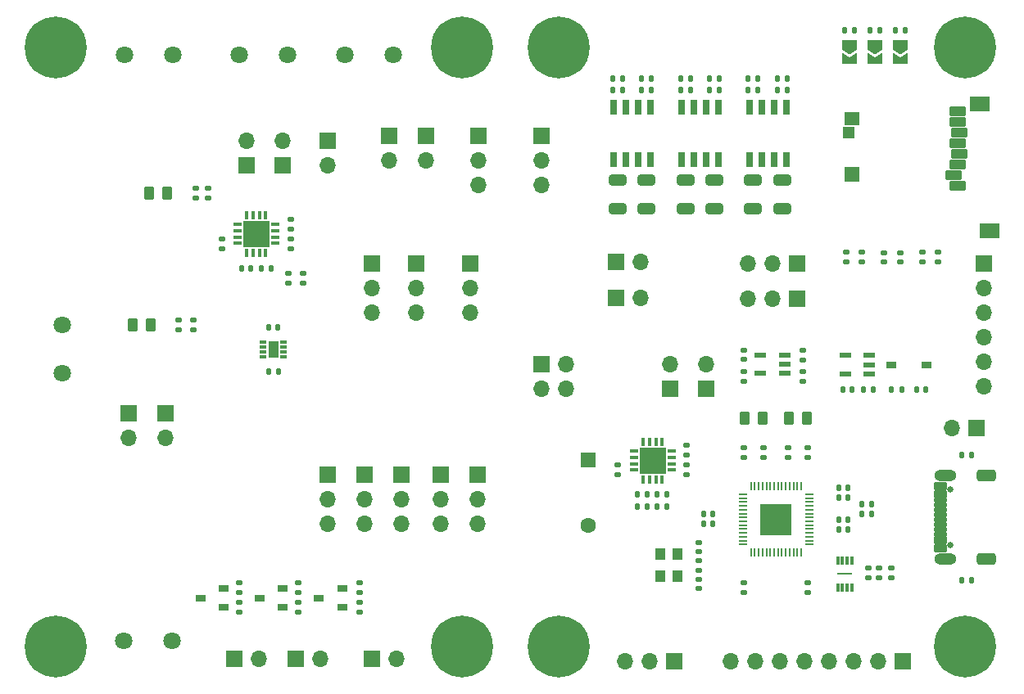
<source format=gbs>
%TF.GenerationSoftware,KiCad,Pcbnew,7.0.10*%
%TF.CreationDate,2024-05-16T19:43:26+02:00*%
%TF.ProjectId,SolarEnergyManager_v1.0,536f6c61-7245-46e6-9572-67794d616e61,rev?*%
%TF.SameCoordinates,Original*%
%TF.FileFunction,Soldermask,Bot*%
%TF.FilePolarity,Negative*%
%FSLAX46Y46*%
G04 Gerber Fmt 4.6, Leading zero omitted, Abs format (unit mm)*
G04 Created by KiCad (PCBNEW 7.0.10) date 2024-05-16 19:43:26*
%MOMM*%
%LPD*%
G01*
G04 APERTURE LIST*
G04 Aperture macros list*
%AMRoundRect*
0 Rectangle with rounded corners*
0 $1 Rounding radius*
0 $2 $3 $4 $5 $6 $7 $8 $9 X,Y pos of 4 corners*
0 Add a 4 corners polygon primitive as box body*
4,1,4,$2,$3,$4,$5,$6,$7,$8,$9,$2,$3,0*
0 Add four circle primitives for the rounded corners*
1,1,$1+$1,$2,$3*
1,1,$1+$1,$4,$5*
1,1,$1+$1,$6,$7*
1,1,$1+$1,$8,$9*
0 Add four rect primitives between the rounded corners*
20,1,$1+$1,$2,$3,$4,$5,0*
20,1,$1+$1,$4,$5,$6,$7,0*
20,1,$1+$1,$6,$7,$8,$9,0*
20,1,$1+$1,$8,$9,$2,$3,0*%
%AMFreePoly0*
4,1,6,1.000000,0.000000,0.500000,-0.750000,-0.500000,-0.750000,-0.500000,0.750000,0.500000,0.750000,1.000000,0.000000,1.000000,0.000000,$1*%
%AMFreePoly1*
4,1,6,0.500000,-0.750000,-0.650000,-0.750000,-0.150000,0.000000,-0.650000,0.750000,0.500000,0.750000,0.500000,-0.750000,0.500000,-0.750000,$1*%
G04 Aperture macros list end*
%ADD10C,6.400000*%
%ADD11R,1.700000X1.700000*%
%ADD12O,1.700000X1.700000*%
%ADD13R,1.600000X1.600000*%
%ADD14C,1.600000*%
%ADD15C,1.803400*%
%ADD16RoundRect,0.135000X-0.185000X0.135000X-0.185000X-0.135000X0.185000X-0.135000X0.185000X0.135000X0*%
%ADD17R,0.700000X1.525000*%
%ADD18RoundRect,0.135000X0.185000X-0.135000X0.185000X0.135000X-0.185000X0.135000X-0.185000X-0.135000X0*%
%ADD19R,0.300000X0.900000*%
%ADD20R,1.650000X0.250000*%
%ADD21RoundRect,0.135000X0.135000X0.185000X-0.135000X0.185000X-0.135000X-0.185000X0.135000X-0.185000X0*%
%ADD22RoundRect,0.250000X-0.262500X-0.450000X0.262500X-0.450000X0.262500X0.450000X-0.262500X0.450000X0*%
%ADD23RoundRect,0.140000X0.170000X-0.140000X0.170000X0.140000X-0.170000X0.140000X-0.170000X-0.140000X0*%
%ADD24RoundRect,0.140000X-0.140000X-0.170000X0.140000X-0.170000X0.140000X0.170000X-0.140000X0.170000X0*%
%ADD25R,0.350000X0.850000*%
%ADD26R,0.850000X0.350000*%
%ADD27R,2.700000X2.700000*%
%ADD28RoundRect,0.135000X-0.135000X-0.185000X0.135000X-0.185000X0.135000X0.185000X-0.135000X0.185000X0*%
%ADD29RoundRect,0.050000X0.050000X-0.387500X0.050000X0.387500X-0.050000X0.387500X-0.050000X-0.387500X0*%
%ADD30RoundRect,0.050000X0.387500X-0.050000X0.387500X0.050000X-0.387500X0.050000X-0.387500X-0.050000X0*%
%ADD31R,3.200000X3.200000*%
%ADD32RoundRect,0.140000X-0.170000X0.140000X-0.170000X-0.140000X0.170000X-0.140000X0.170000X0.140000X0*%
%ADD33RoundRect,0.250000X0.650000X-0.325000X0.650000X0.325000X-0.650000X0.325000X-0.650000X-0.325000X0*%
%ADD34RoundRect,0.140000X0.140000X0.170000X-0.140000X0.170000X-0.140000X-0.170000X0.140000X-0.170000X0*%
%ADD35R,1.000000X0.700000*%
%ADD36C,0.650000*%
%ADD37RoundRect,0.102000X-0.575000X0.300000X-0.575000X-0.300000X0.575000X-0.300000X0.575000X0.300000X0*%
%ADD38RoundRect,0.102000X-0.575000X0.150000X-0.575000X-0.150000X0.575000X-0.150000X0.575000X0.150000X0*%
%ADD39O,2.304000X1.204000*%
%ADD40RoundRect,0.301000X-0.701000X0.301000X-0.701000X-0.301000X0.701000X-0.301000X0.701000X0.301000X0*%
%ADD41R,1.050000X0.750000*%
%ADD42R,1.050000X1.300000*%
%ADD43RoundRect,0.250000X0.262500X0.450000X-0.262500X0.450000X-0.262500X-0.450000X0.262500X-0.450000X0*%
%ADD44FreePoly0,270.000000*%
%ADD45FreePoly1,270.000000*%
%ADD46R,1.200000X0.600000*%
%ADD47RoundRect,0.102000X-0.950000X0.700000X-0.950000X-0.700000X0.950000X-0.700000X0.950000X0.700000X0*%
%ADD48RoundRect,0.102000X-0.700000X0.600000X-0.700000X-0.600000X0.700000X-0.600000X0.700000X0.600000X0*%
%ADD49RoundRect,0.102000X-0.700000X0.650000X-0.700000X-0.650000X0.700000X-0.650000X0.700000X0.650000X0*%
%ADD50RoundRect,0.102000X-0.750000X0.400000X-0.750000X-0.400000X0.750000X-0.400000X0.750000X0.400000X0*%
%ADD51RoundRect,0.102000X-0.520000X0.500000X-0.520000X-0.500000X0.520000X-0.500000X0.520000X0.500000X0*%
%ADD52R,0.700000X0.300000*%
%ADD53R,1.000000X1.700000*%
G04 APERTURE END LIST*
D10*
%TO.C,Ha1*%
X91000000Y-80000000D03*
%TD*%
D11*
%TO.C,P_CFG1*%
X122936000Y-124221000D03*
D12*
X122936000Y-126761000D03*
X122936000Y-129301000D03*
%TD*%
D11*
%TO.C,J_RST2*%
X115824000Y-143256000D03*
D12*
X118364000Y-143256000D03*
%TD*%
D11*
%TO.C,P_ENHV1*%
X128270000Y-102377000D03*
D12*
X128270000Y-104917000D03*
X128270000Y-107457000D03*
%TD*%
D11*
%TO.C,J_RST1*%
X109474000Y-143256000D03*
D12*
X112014000Y-143256000D03*
%TD*%
D11*
%TO.C,J201*%
X154940000Y-143510000D03*
D12*
X152400000Y-143510000D03*
X149860000Y-143510000D03*
%TD*%
D11*
%TO.C,SC_T_1*%
X141224000Y-112776000D03*
D12*
X143764000Y-112776000D03*
X141224000Y-115316000D03*
X143764000Y-115316000D03*
%TD*%
D11*
%TO.C,PrbV3*%
X158242000Y-115311000D03*
D12*
X158242000Y-112771000D03*
%TD*%
D11*
%TO.C,PrbA3*%
X154559000Y-115316000D03*
D12*
X154559000Y-112776000D03*
%TD*%
D10*
%TO.C,H3*%
X185000000Y-142000000D03*
%TD*%
D11*
%TO.C,PrbV2*%
X114503200Y-92202000D03*
D12*
X114503200Y-89662000D03*
%TD*%
D11*
%TO.C,P_CFG0*%
X126746000Y-124221000D03*
D12*
X126746000Y-126761000D03*
X126746000Y-129301000D03*
%TD*%
D13*
%TO.C,SC1*%
X146045000Y-122682000D03*
D14*
X146045000Y-129482000D03*
%TD*%
D11*
%TO.C,P_ENLV1*%
X123698000Y-102362000D03*
D12*
X123698000Y-104902000D03*
X123698000Y-107442000D03*
%TD*%
D11*
%TO.C,PrbA2*%
X110744000Y-92202000D03*
D12*
X110744000Y-89662000D03*
%TD*%
D11*
%TO.C,USB_SRC1*%
X186182000Y-119380000D03*
D12*
X183642000Y-119380000D03*
%TD*%
D10*
%TO.C,Ha2*%
X133000000Y-80000000D03*
%TD*%
D11*
%TO.C,VRegT2*%
X167640000Y-106045000D03*
D12*
X165100000Y-106045000D03*
X162560000Y-106045000D03*
%TD*%
D11*
%TO.C,P30*%
X119126000Y-89662000D03*
D12*
X119126000Y-92202000D03*
%TD*%
D11*
%TO.C,PrbA1*%
X102362000Y-117861000D03*
D12*
X102362000Y-120401000D03*
%TD*%
D15*
%TO.C,J_SRC1*%
X91737299Y-108752000D03*
X91737299Y-113752000D03*
%TD*%
%TO.C,J_SC1*%
X125944000Y-80815299D03*
X120944000Y-80815299D03*
%TD*%
D11*
%TO.C,P_CFG2*%
X119126000Y-124221000D03*
D12*
X119126000Y-126761000D03*
X119126000Y-129301000D03*
%TD*%
D11*
%TO.C,PrbV1*%
X98552000Y-117856000D03*
D12*
X98552000Y-120396000D03*
%TD*%
D11*
%TO.C,J203*%
X178547000Y-143535000D03*
D12*
X176007000Y-143535000D03*
X173467000Y-143535000D03*
X170927000Y-143535000D03*
X168387000Y-143535000D03*
X165847000Y-143535000D03*
X163307000Y-143535000D03*
X160767000Y-143535000D03*
%TD*%
D10*
%TO.C,H1*%
X143000000Y-80000000D03*
%TD*%
D11*
%TO.C,VRegT1*%
X167625000Y-102362000D03*
D12*
X165085000Y-102362000D03*
X162545000Y-102362000D03*
%TD*%
D10*
%TO.C,Ha3*%
X133000000Y-142000000D03*
%TD*%
D11*
%TO.C,J202*%
X186944000Y-102362000D03*
D12*
X186944000Y-104902000D03*
X186944000Y-107442000D03*
X186944000Y-109982000D03*
X186944000Y-112522000D03*
X186944000Y-115062000D03*
%TD*%
D11*
%TO.C,C_Load1*%
X148971000Y-105918000D03*
D12*
X151511000Y-105918000D03*
%TD*%
D11*
%TO.C,J_AEM_OUT1*%
X134747000Y-89154000D03*
D12*
X134747000Y-91694000D03*
X134747000Y-94234000D03*
%TD*%
D11*
%TO.C,LDO1*%
X133858000Y-102362000D03*
D12*
X133858000Y-104902000D03*
X133858000Y-107442000D03*
%TD*%
D11*
%TO.C,J_AEM_OUT2*%
X141224000Y-89154000D03*
D12*
X141224000Y-91694000D03*
X141224000Y-94234000D03*
%TD*%
D11*
%TO.C,P_SELMPP1*%
X130810000Y-124236000D03*
D12*
X130810000Y-126776000D03*
X130810000Y-129316000D03*
%TD*%
D11*
%TO.C,P_SELMPP0*%
X134620000Y-124236000D03*
D12*
X134620000Y-126776000D03*
X134620000Y-129316000D03*
%TD*%
D11*
%TO.C,PrbA_AEM1*%
X125476000Y-89149000D03*
D12*
X125476000Y-91689000D03*
%TD*%
D15*
%TO.C,J_PRIM2*%
X98084000Y-141434701D03*
X103084000Y-141434701D03*
%TD*%
D11*
%TO.C,PrbV_AEM1*%
X129286000Y-89149000D03*
D12*
X129286000Y-91689000D03*
%TD*%
D11*
%TO.C,R_Load1*%
X148971000Y-102235000D03*
D12*
X151511000Y-102235000D03*
%TD*%
D11*
%TO.C,P26*%
X123698000Y-143256000D03*
D12*
X126238000Y-143256000D03*
%TD*%
D15*
%TO.C,J_SC2*%
X115022000Y-80815299D03*
X110022000Y-80815299D03*
%TD*%
D10*
%TO.C,H4*%
X143000000Y-142000000D03*
%TD*%
D15*
%TO.C,J_BATT2*%
X103124000Y-80815299D03*
X98124000Y-80815299D03*
%TD*%
D10*
%TO.C,H2*%
X185000000Y-80000000D03*
%TD*%
%TO.C,Ha4*%
X91000000Y-142000000D03*
%TD*%
D16*
%TO.C,RVd2*%
X106781600Y-94587600D03*
X106781600Y-95607600D03*
%TD*%
D17*
%TO.C,Q602*%
X155717000Y-86188000D03*
X156987000Y-86188000D03*
X158257000Y-86188000D03*
X159527000Y-86188000D03*
X159527000Y-91612000D03*
X158257000Y-91612000D03*
X156987000Y-91612000D03*
X155717000Y-91612000D03*
%TD*%
D18*
%TO.C,RsV2*%
X105511600Y-95607600D03*
X105511600Y-94587600D03*
%TD*%
D19*
%TO.C,IC202*%
X173355000Y-135893000D03*
X172855000Y-135893000D03*
X172355000Y-135893000D03*
X171855000Y-135893000D03*
X171855000Y-133093000D03*
X172355000Y-133093000D03*
X172855000Y-133093000D03*
X173355000Y-133093000D03*
D20*
X172605000Y-134493000D03*
%TD*%
D21*
%TO.C,R405*%
X178812000Y-78232000D03*
X177792000Y-78232000D03*
%TD*%
D22*
%TO.C,RsA2*%
X100689400Y-95097600D03*
X102514400Y-95097600D03*
%TD*%
D23*
%TO.C,C207*%
X168783000Y-122400000D03*
X168783000Y-121440000D03*
%TD*%
D21*
%TO.C,R612*%
X149632000Y-83200000D03*
X148612000Y-83200000D03*
%TD*%
D24*
%TO.C,C212*%
X171958000Y-129921000D03*
X172918000Y-129921000D03*
%TD*%
D21*
%TO.C,R611*%
X152632000Y-83200000D03*
X151612000Y-83200000D03*
%TD*%
D25*
%TO.C,IC301*%
X112735000Y-101264000D03*
X112085000Y-101264000D03*
X111435000Y-101264000D03*
X110785000Y-101264000D03*
D26*
X109810000Y-100289000D03*
X109810000Y-99639000D03*
X109810000Y-98989000D03*
X109810000Y-98339000D03*
D25*
X110785000Y-97364000D03*
X111435000Y-97364000D03*
X112085000Y-97364000D03*
X112735000Y-97364000D03*
D26*
X113710000Y-98339000D03*
X113710000Y-98989000D03*
X113710000Y-99639000D03*
X113710000Y-100289000D03*
D27*
X111760000Y-99314000D03*
%TD*%
D16*
%TO.C,R1L2*%
X109982000Y-137414000D03*
X109982000Y-138434000D03*
%TD*%
%TO.C,RsV1*%
X105259500Y-108202000D03*
X105259500Y-109222000D03*
%TD*%
D28*
%TO.C,R308*%
X153160000Y-127508000D03*
X154180000Y-127508000D03*
%TD*%
D24*
%TO.C,C210*%
X171958000Y-126619000D03*
X172918000Y-126619000D03*
%TD*%
D18*
%TO.C,R305*%
X156210000Y-124208000D03*
X156210000Y-123188000D03*
%TD*%
D28*
%TO.C,R202*%
X174369000Y-127254000D03*
X175389000Y-127254000D03*
%TD*%
D16*
%TO.C,R1L3*%
X116078000Y-135380000D03*
X116078000Y-136400000D03*
%TD*%
D21*
%TO.C,R404*%
X176210678Y-78232000D03*
X175190678Y-78232000D03*
%TD*%
D24*
%TO.C,C208*%
X171958000Y-128905000D03*
X172918000Y-128905000D03*
%TD*%
D21*
%TO.C,R306*%
X154180000Y-126238000D03*
X153160000Y-126238000D03*
%TD*%
D29*
%TO.C,IC201*%
X168089500Y-132282500D03*
X167689500Y-132282500D03*
X167289500Y-132282500D03*
X166889500Y-132282500D03*
X166489500Y-132282500D03*
X166089500Y-132282500D03*
X165689500Y-132282500D03*
X165289500Y-132282500D03*
X164889500Y-132282500D03*
X164489500Y-132282500D03*
X164089500Y-132282500D03*
X163689500Y-132282500D03*
X163289500Y-132282500D03*
X162889500Y-132282500D03*
D30*
X162052000Y-131445000D03*
X162052000Y-131045000D03*
X162052000Y-130645000D03*
X162052000Y-130245000D03*
X162052000Y-129845000D03*
X162052000Y-129445000D03*
X162052000Y-129045000D03*
X162052000Y-128645000D03*
X162052000Y-128245000D03*
X162052000Y-127845000D03*
X162052000Y-127445000D03*
X162052000Y-127045000D03*
X162052000Y-126645000D03*
X162052000Y-126245000D03*
D29*
X162889500Y-125407500D03*
X163289500Y-125407500D03*
X163689500Y-125407500D03*
X164089500Y-125407500D03*
X164489500Y-125407500D03*
X164889500Y-125407500D03*
X165289500Y-125407500D03*
X165689500Y-125407500D03*
X166089500Y-125407500D03*
X166489500Y-125407500D03*
X166889500Y-125407500D03*
X167289500Y-125407500D03*
X167689500Y-125407500D03*
X168089500Y-125407500D03*
D30*
X168927000Y-126245000D03*
X168927000Y-126645000D03*
X168927000Y-127045000D03*
X168927000Y-127445000D03*
X168927000Y-127845000D03*
X168927000Y-128245000D03*
X168927000Y-128645000D03*
X168927000Y-129045000D03*
X168927000Y-129445000D03*
X168927000Y-129845000D03*
X168927000Y-130245000D03*
X168927000Y-130645000D03*
X168927000Y-131045000D03*
X168927000Y-131445000D03*
D31*
X165489500Y-128845000D03*
%TD*%
D32*
%TO.C,C215*%
X175006000Y-133886000D03*
X175006000Y-134846000D03*
%TD*%
D33*
%TO.C,CLP3*%
X156122000Y-96675000D03*
X156122000Y-93725000D03*
%TD*%
D21*
%TO.C,R502*%
X185676000Y-135128000D03*
X184656000Y-135128000D03*
%TD*%
D22*
%TO.C,RsA4*%
X166854500Y-118364000D03*
X168679500Y-118364000D03*
%TD*%
D24*
%TO.C,C403*%
X113058000Y-108966000D03*
X114018000Y-108966000D03*
%TD*%
D34*
%TO.C,C302*%
X111224000Y-102870000D03*
X110264000Y-102870000D03*
%TD*%
D21*
%TO.C,R609*%
X159632000Y-83200000D03*
X158612000Y-83200000D03*
%TD*%
D16*
%TO.C,R1L4*%
X116078000Y-137412000D03*
X116078000Y-138432000D03*
%TD*%
D18*
%TO.C,R505*%
X168275000Y-114556000D03*
X168275000Y-113536000D03*
%TD*%
D22*
%TO.C,RsA1*%
X99013000Y-108712000D03*
X100838000Y-108712000D03*
%TD*%
D21*
%TO.C,R501*%
X185676000Y-122174000D03*
X184656000Y-122174000D03*
%TD*%
D34*
%TO.C,C502*%
X173327000Y-115443000D03*
X172367000Y-115443000D03*
%TD*%
D18*
%TO.C,R303*%
X115062000Y-104398000D03*
X115062000Y-103378000D03*
%TD*%
D35*
%TO.C,Q1*%
X108388000Y-136024000D03*
X108388000Y-137924000D03*
X105988000Y-136974000D03*
%TD*%
D28*
%TO.C,R307*%
X151128000Y-127508000D03*
X152148000Y-127508000D03*
%TD*%
D36*
%TO.C,J501*%
X183518000Y-125734500D03*
X183518000Y-131514500D03*
D37*
X182443000Y-125424500D03*
X182443000Y-126224500D03*
D38*
X182443000Y-127374500D03*
X182443000Y-128374500D03*
X182443000Y-128874500D03*
X182443000Y-129874500D03*
D37*
X182443000Y-131824500D03*
X182443000Y-131024500D03*
D38*
X182443000Y-130374500D03*
X182443000Y-129374500D03*
X182443000Y-127874500D03*
X182443000Y-126874500D03*
D39*
X183018000Y-124304500D03*
X183018000Y-132944500D03*
D40*
X187198000Y-124304500D03*
X187198000Y-132944500D03*
%TD*%
D41*
%TO.C,D501*%
X177417000Y-112837000D03*
X181017000Y-112837000D03*
%TD*%
D23*
%TO.C,C503*%
X168275000Y-112334000D03*
X168275000Y-111374000D03*
%TD*%
D21*
%TO.C,R605*%
X152632000Y-84400000D03*
X151612000Y-84400000D03*
%TD*%
D25*
%TO.C,IC302*%
X153711000Y-124718000D03*
X153061000Y-124718000D03*
X152411000Y-124718000D03*
X151761000Y-124718000D03*
D26*
X150786000Y-123743000D03*
X150786000Y-123093000D03*
X150786000Y-122443000D03*
X150786000Y-121793000D03*
D25*
X151761000Y-120818000D03*
X152411000Y-120818000D03*
X153061000Y-120818000D03*
X153711000Y-120818000D03*
D26*
X154686000Y-121793000D03*
X154686000Y-122443000D03*
X154686000Y-123093000D03*
X154686000Y-123743000D03*
D27*
X152736000Y-122768000D03*
%TD*%
D16*
%TO.C,RVd1*%
X103735500Y-108200000D03*
X103735500Y-109220000D03*
%TD*%
D21*
%TO.C,R603*%
X159632000Y-84400000D03*
X158612000Y-84400000D03*
%TD*%
D16*
%TO.C,R304*%
X116586000Y-103378000D03*
X116586000Y-104398000D03*
%TD*%
%TO.C,R409*%
X172720000Y-101217000D03*
X172720000Y-102237000D03*
%TD*%
D32*
%TO.C,C204*%
X162179000Y-135410000D03*
X162179000Y-136370000D03*
%TD*%
D18*
%TO.C,R213*%
X162179000Y-122430000D03*
X162179000Y-121410000D03*
%TD*%
D17*
%TO.C,Q601*%
X162717000Y-86188000D03*
X163987000Y-86188000D03*
X165257000Y-86188000D03*
X166527000Y-86188000D03*
X166527000Y-91612000D03*
X165257000Y-91612000D03*
X163987000Y-91612000D03*
X162717000Y-91612000D03*
%TD*%
D23*
%TO.C,C301*%
X115316000Y-98806000D03*
X115316000Y-97846000D03*
%TD*%
D21*
%TO.C,R602*%
X163632000Y-84400000D03*
X162612000Y-84400000D03*
%TD*%
D18*
%TO.C,R214*%
X164211000Y-122430000D03*
X164211000Y-121410000D03*
%TD*%
D16*
%TO.C,RA2*%
X149098000Y-123188000D03*
X149098000Y-124208000D03*
%TD*%
D42*
%TO.C,Y201*%
X153557000Y-134754000D03*
X153557000Y-132454000D03*
X155307000Y-132454000D03*
X155307000Y-134754000D03*
%TD*%
D21*
%TO.C,R610*%
X156632000Y-83200000D03*
X155612000Y-83200000D03*
%TD*%
D23*
%TO.C,C504*%
X162179000Y-112306000D03*
X162179000Y-111346000D03*
%TD*%
D33*
%TO.C,CLP5*%
X149122000Y-96675000D03*
X149122000Y-93725000D03*
%TD*%
%TO.C,CLP2*%
X159122000Y-96675000D03*
X159122000Y-93725000D03*
%TD*%
D21*
%TO.C,R403*%
X173617000Y-78232000D03*
X172597000Y-78232000D03*
%TD*%
D43*
%TO.C,RsA5*%
X164107500Y-118364000D03*
X162282500Y-118364000D03*
%TD*%
D16*
%TO.C,R203*%
X157480000Y-133094000D03*
X157480000Y-134114000D03*
%TD*%
D21*
%TO.C,R402*%
X114048000Y-113538000D03*
X113028000Y-113538000D03*
%TD*%
%TO.C,R606*%
X149632000Y-84400000D03*
X148612000Y-84400000D03*
%TD*%
%TO.C,R608*%
X163632000Y-83200000D03*
X162612000Y-83200000D03*
%TD*%
D23*
%TO.C,C304*%
X156210000Y-122146000D03*
X156210000Y-121186000D03*
%TD*%
%TO.C,C405*%
X176657000Y-102207000D03*
X176657000Y-101247000D03*
%TD*%
D32*
%TO.C,C201*%
X157480000Y-135029000D03*
X157480000Y-135989000D03*
%TD*%
D24*
%TO.C,C209*%
X171958000Y-125603000D03*
X172918000Y-125603000D03*
%TD*%
D16*
%TO.C,R209*%
X177419000Y-133856000D03*
X177419000Y-134876000D03*
%TD*%
D21*
%TO.C,R504*%
X175516000Y-115443000D03*
X174496000Y-115443000D03*
%TD*%
D33*
%TO.C,CLP0*%
X166122000Y-96675000D03*
X166122000Y-93725000D03*
%TD*%
D16*
%TO.C,R407*%
X180594000Y-101217000D03*
X180594000Y-102237000D03*
%TD*%
D21*
%TO.C,R607*%
X166632000Y-83200000D03*
X165612000Y-83200000D03*
%TD*%
D28*
%TO.C,R503*%
X177437000Y-115377000D03*
X178457000Y-115377000D03*
%TD*%
D16*
%TO.C,R1L5*%
X122428000Y-135380000D03*
X122428000Y-136400000D03*
%TD*%
D44*
%TO.C,AH1*%
X175700678Y-79793000D03*
D45*
X175700678Y-81243000D03*
%TD*%
D16*
%TO.C,R1L1*%
X109982000Y-135382000D03*
X109982000Y-136402000D03*
%TD*%
D21*
%TO.C,R604*%
X156632000Y-84400000D03*
X155612000Y-84400000D03*
%TD*%
D16*
%TO.C,RA1*%
X108204000Y-99820000D03*
X108204000Y-100840000D03*
%TD*%
D32*
%TO.C,C214*%
X176149000Y-133886000D03*
X176149000Y-134846000D03*
%TD*%
D21*
%TO.C,R601*%
X166632000Y-84400000D03*
X165612000Y-84400000D03*
%TD*%
D33*
%TO.C,CLP1*%
X163122000Y-96675000D03*
X163122000Y-93725000D03*
%TD*%
D46*
%TO.C,IC502*%
X166350000Y-111826000D03*
X166350000Y-112776000D03*
X166350000Y-113726000D03*
X163850000Y-113726000D03*
X163850000Y-111826000D03*
%TD*%
D34*
%TO.C,C211*%
X158976000Y-128270000D03*
X158016000Y-128270000D03*
%TD*%
D32*
%TO.C,C203*%
X168783000Y-135423000D03*
X168783000Y-136383000D03*
%TD*%
D23*
%TO.C,C206*%
X166751000Y-122400000D03*
X166751000Y-121440000D03*
%TD*%
D35*
%TO.C,Q2*%
X114484000Y-136022000D03*
X114484000Y-137922000D03*
X112084000Y-136972000D03*
%TD*%
D28*
%TO.C,R201*%
X174369000Y-128270000D03*
X175389000Y-128270000D03*
%TD*%
D16*
%TO.C,R1L6*%
X122428000Y-137412000D03*
X122428000Y-138432000D03*
%TD*%
D44*
%TO.C,AH2*%
X178308000Y-79793000D03*
D45*
X178308000Y-81243000D03*
%TD*%
D18*
%TO.C,R301*%
X115316000Y-100840000D03*
X115316000Y-99820000D03*
%TD*%
D24*
%TO.C,C501*%
X180007000Y-115377000D03*
X180967000Y-115377000D03*
%TD*%
D34*
%TO.C,C303*%
X152146000Y-126238000D03*
X151186000Y-126238000D03*
%TD*%
D35*
%TO.C,Q3*%
X120650000Y-136022000D03*
X120650000Y-137922000D03*
X118250000Y-136972000D03*
%TD*%
D21*
%TO.C,R302*%
X113286000Y-102870000D03*
X112266000Y-102870000D03*
%TD*%
D33*
%TO.C,CLP4*%
X152122000Y-96675000D03*
X152122000Y-93725000D03*
%TD*%
D44*
%TO.C,AH0*%
X173101000Y-79793000D03*
D45*
X173101000Y-81243000D03*
%TD*%
D16*
%TO.C,R406*%
X182245000Y-101217000D03*
X182245000Y-102237000D03*
%TD*%
D23*
%TO.C,C202*%
X157480000Y-132179000D03*
X157480000Y-131219000D03*
%TD*%
D46*
%TO.C,IC501*%
X175133000Y-111887000D03*
X175133000Y-112837000D03*
X175133000Y-113787000D03*
X172633000Y-113787000D03*
X172633000Y-111887000D03*
%TD*%
D47*
%TO.C,J401*%
X186519000Y-85881000D03*
X187519000Y-99031000D03*
D48*
X173369000Y-87421000D03*
D49*
X173369000Y-93171000D03*
D50*
X184229000Y-94361000D03*
X183829000Y-93261000D03*
X184229000Y-92161000D03*
X184429000Y-91061000D03*
X184229000Y-89961000D03*
X184429000Y-88861000D03*
X184229000Y-87761000D03*
X184229000Y-86661000D03*
D51*
X172999000Y-88871000D03*
%TD*%
D17*
%TO.C,Q603*%
X148717000Y-86188000D03*
X149987000Y-86188000D03*
X151257000Y-86188000D03*
X152527000Y-86188000D03*
X152527000Y-91612000D03*
X151257000Y-91612000D03*
X149987000Y-91612000D03*
X148717000Y-91612000D03*
%TD*%
D23*
%TO.C,C406*%
X178308000Y-102207000D03*
X178308000Y-101247000D03*
%TD*%
D34*
%TO.C,C205*%
X158976000Y-129286000D03*
X158016000Y-129286000D03*
%TD*%
D18*
%TO.C,R506*%
X162179000Y-114556000D03*
X162179000Y-113536000D03*
%TD*%
D52*
%TO.C,IC402*%
X114588000Y-110514000D03*
X114588000Y-111014000D03*
X114588000Y-111514000D03*
X114588000Y-112014000D03*
X112488000Y-112014000D03*
X112488000Y-111514000D03*
X112488000Y-111014000D03*
X112488000Y-110514000D03*
D53*
X113538000Y-111264000D03*
%TD*%
D16*
%TO.C,R408*%
X174371000Y-101217000D03*
X174371000Y-102237000D03*
%TD*%
M02*

</source>
